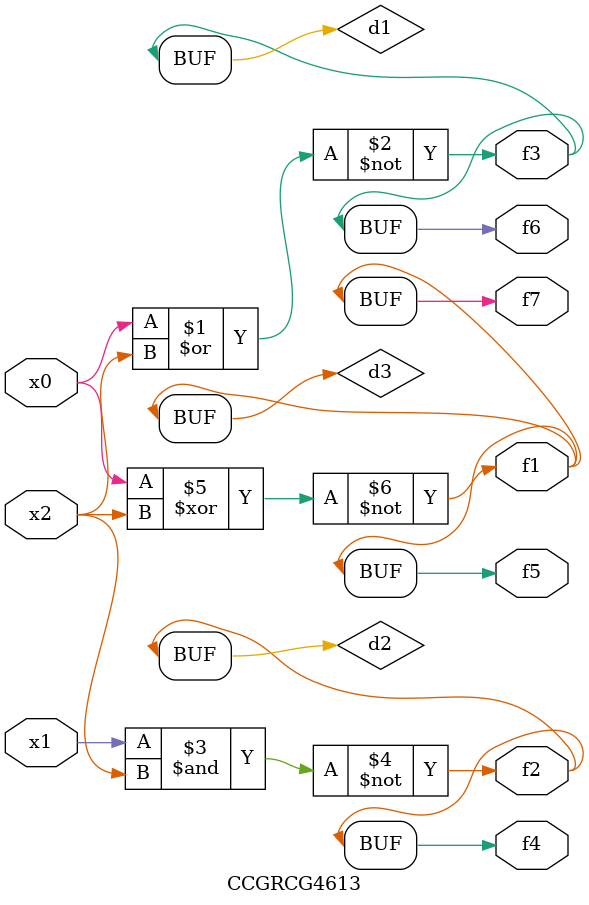
<source format=v>
module CCGRCG4613(
	input x0, x1, x2,
	output f1, f2, f3, f4, f5, f6, f7
);

	wire d1, d2, d3;

	nor (d1, x0, x2);
	nand (d2, x1, x2);
	xnor (d3, x0, x2);
	assign f1 = d3;
	assign f2 = d2;
	assign f3 = d1;
	assign f4 = d2;
	assign f5 = d3;
	assign f6 = d1;
	assign f7 = d3;
endmodule

</source>
